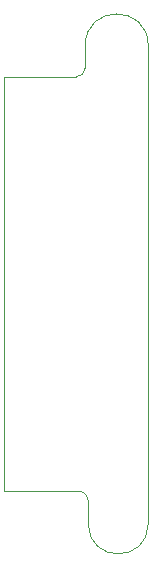
<source format=gm1>
G04 #@! TF.FileFunction,Profile,NP*
%FSLAX46Y46*%
G04 Gerber Fmt 4.6, Leading zero omitted, Abs format (unit mm)*
G04 Created by KiCad (PCBNEW 4.0.7) date Wednesday, October 18, 2017 'PMt' 08:17:54 PM*
%MOMM*%
%LPD*%
G01*
G04 APERTURE LIST*
%ADD10C,0.150000*%
%ADD11C,0.100000*%
G04 APERTURE END LIST*
D10*
D11*
X129794000Y-78867000D02*
G75*
G03X130556000Y-78105000I0J762000D01*
G01*
X130810000Y-114808000D02*
G75*
G03X129921000Y-113919000I-889000J0D01*
G01*
X135890000Y-76200000D02*
G75*
G03X130556000Y-76200000I-2667000J0D01*
G01*
X130810000Y-116713000D02*
G75*
G03X135890000Y-116713000I2540000J0D01*
G01*
X130810000Y-114808000D02*
X130810000Y-116713000D01*
X130556000Y-78105000D02*
X130556000Y-76200000D01*
X123698000Y-78867000D02*
X129794000Y-78867000D01*
X123698000Y-113893600D02*
X123698000Y-78867000D01*
X129921000Y-113919000D02*
X123698000Y-113893600D01*
X135890000Y-76200000D02*
X135890000Y-116713000D01*
M02*

</source>
